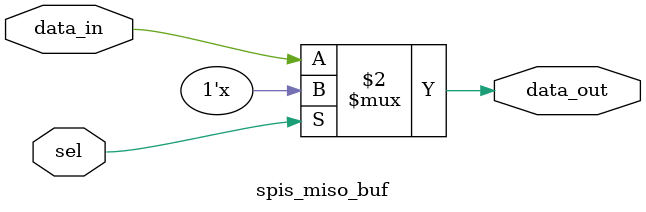
<source format=sv>

module spis_miso_buf (
input 	logic	sel,
input	logic	data_in,
output	logic	data_out
);

assign data_out = (~sel) ? data_in : 1'bz;

endmodule

</source>
